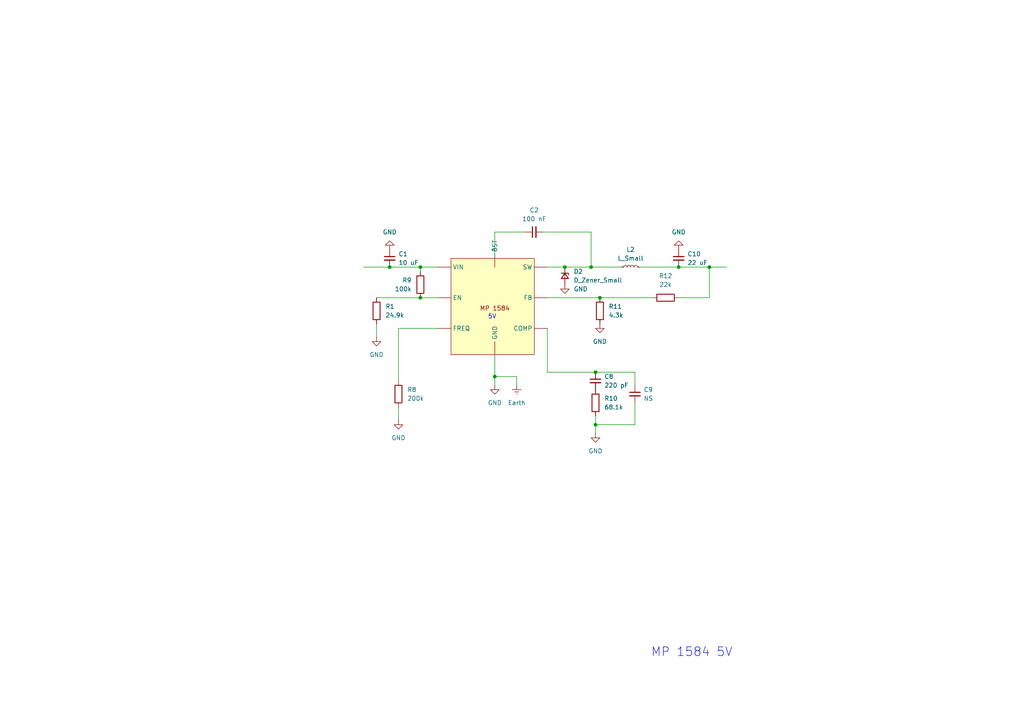
<source format=kicad_sch>
(kicad_sch (version 20250114) (generator "eeschema") (generator_version "9.0")
  (paper "A4")
  (lib_symbols
    (symbol "Components:MP1584"
      (property "Reference" "U" (at 0 0 0))
      (symbol "MP1584_1_1"
        (rectangle (start 3.81 2.54) (end 27.94 -25.4) (fill (type color) (color 255 255 194 1)))
        (text "MP 1584" (at 16.51 -11.938 0) (effects (font (size 1.27 1.27))))
        (pin power_in line (at 0 0 0) (length 3.81) (name "VIN") (number ""))
        (pin power_in line (at 0 -8.89 0) (length 3.81) (name "EN") (number ""))
        (pin power_in line (at 0 -17.78 0) (length 3.81) (name "FREQ") (number ""))
        (pin power_in line (at 16.51 0 90) (length 3.81) (name "BST") (number ""))
        (pin power_in line (at 16.51 -25.4 90) (length 3.81) (name "GND") (number ""))
        (pin power_in line (at 31.75 0 180) (length 3.81) (name "SW") (number ""))
        (pin power_in line (at 31.75 -8.89 180) (length 3.81) (name "FB") (number ""))
        (pin power_in line (at 31.75 -17.78 180) (length 3.81) (name "COMP") (number ""))
      )
    )
    (symbol "Device:C_Small" (pin_numbers (hide yes)) (pin_names (offset 0.254) (hide yes))
      (property "Reference" "C" (at 0.254 1.778 0))
      (property "Value" "C_Small" (at 0.254 -2.032 0))
      (symbol "C_Small_0_1"
        (polyline (pts (xy -1.524 0.508) (xy 1.524 0.508)) (stroke (width 0.3048)))
        (polyline (pts (xy -1.524 -0.508) (xy 1.524 -0.508)) (stroke (width 0.3302)))
      )
      (symbol "C_Small_1_1"
        (pin passive line (at 0 2.54 270) (length 2.032) (name "~") (number "1"))
        (pin passive line (at 0 -2.54 90) (length 2.032) (name "~") (number "2"))
      )
    )
    (symbol "Device:D_Zener_Small" (pin_numbers (hide yes)) (pin_names (offset 0.254) (hide yes))
      (property "Reference" "D" (at 0 2.286 0))
      (property "Value" "D_Zener_Small" (at 0 -2.286 0))
      (symbol "D_Zener_Small_0_1"
        (polyline (pts (xy -0.254 1.016) (xy -0.762 1.016) (xy -0.762 -1.016)) (stroke (width 0.254)))
        (polyline (pts (xy 0.762 1.016) (xy -0.762 0) (xy 0.762 -1.016) (xy 0.762 1.016)) (stroke (width 0.254)))
        (polyline (pts (xy 0.762 0) (xy -0.762 0)))
      )
      (symbol "D_Zener_Small_1_1"
        (pin passive line (at -2.54 0 0) (length 1.778) (name "K") (number "1"))
        (pin passive line (at 2.54 0 180) (length 1.778) (name "A") (number "2"))
      )
    )
    (symbol "Device:L_Small" (pin_numbers (hide yes)) (pin_names (offset 0.254) (hide yes))
      (property "Reference" "L" (at 0.762 1.016 0))
      (property "Value" "L_Small" (at 0.762 -1.016 0))
      (symbol "L_Small_0_1"
        (arc (start 0 2.032) (mid 0.5058 1.524) (end 0 1.016))
        (arc (start 0 1.016) (mid 0.5058 0.508) (end 0 0))
        (arc (start 0 0) (mid 0.5058 -0.508) (end 0 -1.016))
        (arc (start 0 -1.016) (mid 0.5058 -1.524) (end 0 -2.032))
      )
      (symbol "L_Small_1_1"
        (pin passive line (at 0 2.54 270) (length 0.508) (name "~") (number "1"))
        (pin passive line (at 0 -2.54 90) (length 0.508) (name "~") (number "2"))
      )
    )
    (symbol "Device:R" (pin_numbers (hide yes)) (pin_names (offset 0))
      (property "Reference" "R" (at 2.032 0 90))
      (property "Value" "R" (at 0 0 90))
      (symbol "R_0_1"
        (rectangle (start -1.016 -2.54) (end 1.016 2.54) (stroke (width 0.254)))
      )
      (symbol "R_1_1"
        (pin passive line (at 0 3.81 270) (length 1.27) (name "~") (number "1"))
        (pin passive line (at 0 -3.81 90) (length 1.27) (name "~") (number "2"))
      )
    )
    (symbol "power:Earth" (power) (pin_numbers (hide yes)) (pin_names (offset 0) (hide yes))
      (property "Value" "Earth" (at 0 -3.81 0))
      (symbol "Earth_0_1"
        (polyline (pts (xy -0.635 -1.905) (xy 0.635 -1.905)))
        (polyline (pts (xy -0.127 -2.54) (xy 0.127 -2.54)))
        (polyline (pts (xy 0 -1.27) (xy 0 0)))
        (polyline (pts (xy 1.27 -1.27) (xy -1.27 -1.27)))
      )
      (symbol "Earth_1_1"
        (pin power_in line (at 0 0 270) (length 0) (name "~") (number "1"))
      )
    )
    (symbol "power:GND" (power) (pin_numbers (hide yes)) (pin_names (offset 0) (hide yes))
      (property "Value" "GND" (at 0 -3.81 0))
      (symbol "GND_0_1"
        (polyline (pts (xy 0 0) (xy 0 -1.27) (xy 1.27 -1.27) (xy 0 -2.54) (xy -1.27 -1.27) (xy 0 -1.27)))
      )
      (symbol "GND_1_1"
        (pin power_in line (at 0 0 270) (length 0) (name "~") (number "1"))
      )
    )
  )
  (text "5V" (at 142.748 91.948 0) (effects (font (size 1.27 1.27))))
  (text "MP 1584 5V" (at 200.66 189.23 0) (effects (font (size 2.54 2.54))))
  (junction (at 173.99 86.36))
  (junction (at 143.51 109.22))
  (junction (at 121.92 77.47))
  (junction (at 205.74 77.47))
  (junction (at 196.85 77.47))
  (junction (at 172.72 107.95))
  (junction (at 172.72 123.19))
  (junction (at 113.03 77.47))
  (junction (at 163.83 77.47))
  (junction (at 121.92 86.36))
  (junction (at 171.45 77.47))
  (wire (pts (xy 158.75 107.95) (xy 172.72 107.95)))
  (wire (pts (xy 184.15 107.95) (xy 184.15 111.76)))
  (wire (pts (xy 196.85 77.47) (xy 205.74 77.47)))
  (wire (pts (xy 127 95.25) (xy 115.57 95.25)))
  (wire (pts (xy 121.92 77.47) (xy 127 77.47)))
  (wire (pts (xy 121.92 86.36) (xy 127 86.36)))
  (wire (pts (xy 205.74 77.47) (xy 205.74 86.36)))
  (wire (pts (xy 205.74 77.47) (xy 210.82 77.47)))
  (wire (pts (xy 171.45 77.47) (xy 180.34 77.47)))
  (wire (pts (xy 184.15 123.19) (xy 172.72 123.19)))
  (wire (pts (xy 158.75 95.25) (xy 158.75 107.95)))
  (wire (pts (xy 184.15 116.84) (xy 184.15 123.19)))
  (wire (pts (xy 143.51 109.22) (xy 143.51 111.76)))
  (wire (pts (xy 163.83 77.47) (xy 171.45 77.47)))
  (wire (pts (xy 158.75 77.47) (xy 163.83 77.47)))
  (wire (pts (xy 115.57 118.11) (xy 115.57 121.92)))
  (wire (pts (xy 173.99 86.36) (xy 189.23 86.36)))
  (wire (pts (xy 143.51 67.31) (xy 152.4 67.31)))
  (wire (pts (xy 121.92 77.47) (xy 121.92 78.74)))
  (wire (pts (xy 109.22 86.36) (xy 121.92 86.36)))
  (wire (pts (xy 172.72 123.19) (xy 172.72 125.73)))
  (wire (pts (xy 113.03 77.47) (xy 121.92 77.47)))
  (wire (pts (xy 172.72 107.95) (xy 184.15 107.95)))
  (wire (pts (xy 149.86 109.22) (xy 143.51 109.22)))
  (wire (pts (xy 115.57 95.25) (xy 115.57 110.49)))
  (wire (pts (xy 185.42 77.47) (xy 196.85 77.47)))
  (wire (pts (xy 143.51 102.87) (xy 143.51 109.22)))
  (wire (pts (xy 172.72 123.19) (xy 172.72 120.65)))
  (wire (pts (xy 105.41 77.47) (xy 113.03 77.47)))
  (wire (pts (xy 205.74 86.36) (xy 196.85 86.36)))
  (wire (pts (xy 158.75 86.36) (xy 173.99 86.36)))
  (wire (pts (xy 149.86 109.22) (xy 149.86 111.76)))
  (wire (pts (xy 143.51 74.93) (xy 143.51 67.31)))
  (wire (pts (xy 109.22 93.98) (xy 109.22 97.79)))
  (wire (pts (xy 171.45 67.31) (xy 171.45 77.47)))
  (wire (pts (xy 157.48 67.31) (xy 171.45 67.31)))
  (symbol (lib_id "Device:C_Small") (at 196.85 74.93 0) (unit 1)
    (property "Reference" "C10" (at 199.39 73.6662 0) (effects (justify left)))
    (property "Value" "22 uF" (at 199.39 76.2062 0) (effects (justify left)))
    (property "Description" "Unpolarized capacitor, small symbol" (effects (hide yes)))
  )
  (symbol (lib_id "power:GND") (at 196.85 72.39 180) (unit 1)
    (property "Reference" "#PWR018" (effects (hide yes)))
    (property "Value" "GND" (at 196.85 67.31 0))
    (property "Description" "Power symbol creates a global label with name \"GND\" , ground" (effects (hide yes)))
  )
  (symbol (lib_id "power:GND") (at 109.22 97.79 0) (unit 1)
    (property "Reference" "#PWR01" (effects (hide yes)))
    (property "Value" "GND" (at 109.22 102.87 0))
    (property "Description" "Power symbol creates a global label with name \"GND\" , ground" (effects (hide yes)))
  )
  (symbol (lib_id "Device:R") (at 193.04 86.36 90) (unit 1)
    (property "Reference" "R12" (at 193.04 80.01 90))
    (property "Value" "22k" (at 193.04 82.55 90))
    (property "Description" "Resistor" (effects (hide yes)))
  )
  (symbol (lib_id "Device:R") (at 172.72 116.84 0) (unit 1)
    (property "Reference" "R10" (at 175.26 115.5699 0) (effects (justify left)))
    (property "Value" "68.1k" (at 175.26 118.1099 0) (effects (justify left)))
    (property "Description" "Resistor" (effects (hide yes)))
  )
  (symbol (lib_id "power:GND") (at 163.83 82.55 0) (unit 1)
    (property "Reference" "#PWR015" (effects (hide yes)))
    (property "Value" "GND" (at 166.37 83.8199 0) (effects (justify left)))
    (property "Description" "Power symbol creates a global label with name \"GND\" , ground" (effects (hide yes)))
  )
  (symbol (lib_id "power:GND") (at 115.57 121.92 0) (unit 1)
    (property "Reference" "#PWR012" (effects (hide yes)))
    (property "Value" "GND" (at 115.57 127 0))
    (property "Description" "Power symbol creates a global label with name \"GND\" , ground" (effects (hide yes)))
  )
  (symbol (lib_id "power:GND") (at 113.03 72.39 180) (unit 1)
    (property "Reference" "#PWR011" (effects (hide yes)))
    (property "Value" "GND" (at 113.03 67.31 0))
    (property "Description" "Power symbol creates a global label with name \"GND\" , ground" (effects (hide yes)))
  )
  (symbol (lib_id "Device:C_Small") (at 184.15 114.3 0) (unit 1)
    (property "Reference" "C9" (at 186.69 113.0362 0) (effects (justify left)))
    (property "Value" "NS" (at 186.69 115.5762 0) (effects (justify left)))
    (property "Description" "Unpolarized capacitor, small symbol" (effects (hide yes)))
  )
  (symbol (lib_id "Device:R") (at 173.99 90.17 0) (unit 1)
    (property "Reference" "R11" (at 176.53 88.8999 0) (effects (justify left)))
    (property "Value" "4.3k" (at 176.53 91.4399 0) (effects (justify left)))
    (property "Description" "Resistor" (effects (hide yes)))
  )
  (symbol (lib_id "Components:MP1584") (at 127 77.47 0) (unit 1)
    (property "Reference" "U1" (effects (hide yes)))
    (property "Value" "~" (at 142.875 72.39 0))
  )
  (symbol (lib_id "Device:R") (at 115.57 114.3 0) (unit 1)
    (property "Reference" "R8" (at 118.11 113.0299 0) (effects (justify left)))
    (property "Value" "200k" (at 118.11 115.5699 0) (effects (justify left)))
    (property "Description" "Resistor" (effects (hide yes)))
  )
  (symbol (lib_id "power:GND") (at 143.51 111.76 0) (unit 1)
    (property "Reference" "#PWR013" (effects (hide yes)))
    (property "Value" "GND" (at 143.51 116.84 0))
    (property "Description" "Power symbol creates a global label with name \"GND\" , ground" (effects (hide yes)))
  )
  (symbol (lib_id "Device:D_Zener_Small") (at 163.83 80.01 270) (unit 1)
    (property "Reference" "D2" (at 166.37 78.7399 90) (effects (justify left)))
    (property "Value" "D_Zener_Small" (at 166.37 81.2799 90) (effects (justify left)))
    (property "Description" "Zener diode, small symbol" (effects (hide yes)))
  )
  (symbol (lib_id "power:GND") (at 172.72 125.73 0) (unit 1)
    (property "Reference" "#PWR016" (effects (hide yes)))
    (property "Value" "GND" (at 172.72 130.81 0))
    (property "Description" "Power symbol creates a global label with name \"GND\" , ground" (effects (hide yes)))
  )
  (symbol (lib_id "Device:R") (at 121.92 82.55 0) (unit 1)
    (property "Reference" "R9" (at 119.38 81.2799 0) (effects (justify right)))
    (property "Value" "100k" (at 119.38 83.8199 0) (effects (justify right)))
    (property "Description" "Resistor" (effects (hide yes)))
  )
  (symbol (lib_id "power:Earth") (at 149.86 111.76 0) (unit 1)
    (property "Reference" "#PWR014" (effects (hide yes)))
    (property "Value" "Earth" (at 149.86 116.84 0))
    (property "Description" "Power symbol creates a global label with name \"Earth\"" (effects (hide yes)))
  )
  (symbol (lib_id "Device:L_Small") (at 182.88 77.47 90) (unit 1)
    (property "Reference" "L2" (at 182.88 72.39 90))
    (property "Value" "L_Small" (at 182.88 74.93 90))
    (property "Description" "Inductor, small symbol" (effects (hide yes)))
  )
  (symbol (lib_id "Device:C_Small") (at 113.03 74.93 0) (unit 1)
    (property "Reference" "C1" (at 115.57 73.6662 0) (effects (justify left)))
    (property "Value" "10 uF" (at 115.57 76.2062 0) (effects (justify left)))
    (property "Description" "Unpolarized capacitor, small symbol" (effects (hide yes)))
  )
  (symbol (lib_id "Device:C_Small") (at 154.94 67.31 90) (unit 1)
    (property "Reference" "C2" (at 154.9463 60.96 90))
    (property "Value" "100 nF" (at 154.9463 63.5 90))
    (property "Description" "Unpolarized capacitor, small symbol" (effects (hide yes)))
  )
  (symbol (lib_id "power:GND") (at 173.99 93.98 0) (unit 1)
    (property "Reference" "#PWR017" (effects (hide yes)))
    (property "Value" "GND" (at 173.99 99.06 0))
    (property "Description" "Power symbol creates a global label with name \"GND\" , ground" (effects (hide yes)))
  )
  (symbol (lib_id "Device:C_Small") (at 172.72 110.49 0) (unit 1)
    (property "Reference" "C8" (at 175.26 109.2262 0) (effects (justify left)))
    (property "Value" "220 pF" (at 175.26 111.7662 0) (effects (justify left)))
    (property "Description" "Unpolarized capacitor, small symbol" (effects (hide yes)))
  )
  (symbol (lib_id "Device:R") (at 109.22 90.17 0) (unit 1)
    (property "Reference" "R1" (at 111.76 88.8999 0) (effects (justify left)))
    (property "Value" "24.9k" (at 111.76 91.4399 0) (effects (justify left)))
    (property "Description" "Resistor" (effects (hide yes)))
  )
)
</source>
